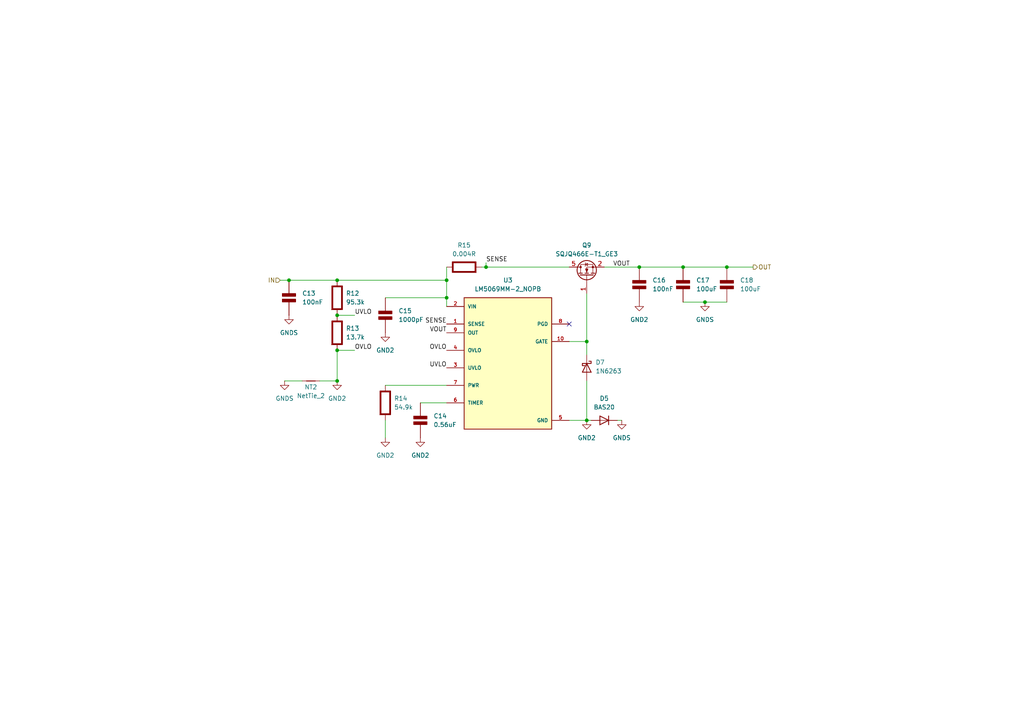
<source format=kicad_sch>
(kicad_sch (version 20250114) (generator "eeschema") (generator_version "9.0")
  (paper "A4")
  (lib_symbols
    (symbol "Device:NetTie_2" (pin_numbers (hide yes)) (pin_names (offset 0) (hide yes)) (in_bom no)
      (property "Reference" "NT" (at 0 1.27 0))
      (property "Value" "NetTie_2" (at 0 -1.27 0))
      (symbol "NetTie_2_0_1"
        (polyline (pts (xy -1.27 0) (xy 1.27 0)) (stroke (width 0.254)))
      )
      (symbol "NetTie_2_1_1"
        (pin passive line (at -2.54 0 0) (length 2.54) (name "1") (number "1"))
        (pin passive line (at 2.54 0 180) (length 2.54) (name "2") (number "2"))
      )
    )
    (symbol "Diode:1N6263" (pin_numbers (hide yes)) (pin_names (offset 1.016) (hide yes))
      (property "Reference" "D" (at 0 2.54 0))
      (property "Value" "1N6263" (at 0 -2.54 0))
      (symbol "1N6263_0_1"
        (polyline (pts (xy -1.905 0.635) (xy -1.905 1.27) (xy -1.27 1.27) (xy -1.27 -1.27) (xy -0.635 -1.27) (xy -0.635 -0.635)) (stroke (width 0.254)))
        (polyline (pts (xy 1.27 1.27) (xy 1.27 -1.27) (xy -1.27 0) (xy 1.27 1.27)) (stroke (width 0.254)))
        (polyline (pts (xy 1.27 0) (xy -1.27 0)))
      )
      (symbol "1N6263_1_1"
        (pin passive line (at -3.81 0 0) (length 2.54) (name "K") (number "1"))
        (pin passive line (at 3.81 0 180) (length 2.54) (name "A") (number "2"))
      )
    )
    (symbol "Diode:BAS20" (pin_numbers (hide yes)) (pin_names (hide yes))
      (property "Reference" "D" (at 0 2.54 0))
      (property "Value" "BAS20" (at 0 -2.54 0))
      (symbol "BAS20_0_1"
        (polyline (pts (xy -1.27 1.27) (xy -1.27 -1.27)) (stroke (width 0.254)))
        (polyline (pts (xy 1.27 1.27) (xy 1.27 -1.27) (xy -1.27 0) (xy 1.27 1.27)) (stroke (width 0.254)))
        (polyline (pts (xy 1.27 0) (xy -1.27 0)))
      )
      (symbol "BAS20_1_1"
        (pin passive line (at -3.81 0 0) (length 2.54) (name "K") (number "3"))
        (pin no_connect line (at -1.27 0 0) (length 2.54) (hide yes) (name "NC") (number "2"))
        (pin passive line (at 3.81 0 180) (length 2.54) (name "A") (number "1"))
      )
    )
    (symbol "LM5069MM-2_NOPB:LM5069MM-2_NOPB" (pin_names (offset 1.016))
      (property "Reference" "U" (at -12.7 18.78 0))
      (property "Value" "LM5069MM-2_NOPB" (at -12.7 -21.78 0))
      (symbol "LM5069MM-2_NOPB_0_0"
        (rectangle (start -12.7 -20.32) (end 12.7 17.78) (stroke (width 0.254)) (fill (type background)))
        (pin power_in line (at -17.78 15.24 0) (length 5.08) (name "VIN") (number "2"))
        (pin input line (at -17.78 10.16 0) (length 5.08) (name "SENSE") (number "1"))
        (pin input line (at -17.78 7.62 0) (length 5.08) (name "OUT") (number "9"))
        (pin input line (at -17.78 2.54 0) (length 5.08) (name "OVLO") (number "4"))
        (pin input line (at -17.78 -2.54 0) (length 5.08) (name "UVLO") (number "3"))
        (pin input line (at -17.78 -7.62 0) (length 5.08) (name "PWR") (number "7"))
        (pin bidirectional line (at -17.78 -12.7 0) (length 5.08) (name "TIMER") (number "6"))
        (pin output line (at 17.78 10.16 180) (length 5.08) (name "PGD") (number "8"))
        (pin output line (at 17.78 5.08 180) (length 5.08) (name "GATE") (number "10"))
        (pin power_in line (at 17.78 -17.78 180) (length 5.08) (name "GND") (number "5"))
      )
    )
    (symbol "PCM_Elektuur:C" (pin_numbers (hide yes)) (pin_names (offset 0) (hide yes))
      (property "Reference" "C" (at 0.635 3.175 0))
      (property "Value" "C" (at 0.635 -3.175 0))
      (symbol "C_1_1"
        (rectangle (start -1.905 1.1938) (end 1.905 0.4318) (stroke (width 0.254)) (fill (type outline)))
        (rectangle (start -1.905 -0.4318) (end 1.905 -1.1938) (stroke (width 0.254)) (fill (type outline)))
        (pin passive line (at 0 5.08 270) (length 3.8862) (name "+") (number "1"))
        (pin passive line (at 0 -5.08 90) (length 3.8862) (name "-") (number "2"))
      )
      (symbol "C_1_2"
        (polyline (pts (xy -1.905 0.4318) (xy 1.905 0.4318) (xy 1.905 1.4986) (xy -1.905 1.4986) (xy -1.905 0.4318) (xy -1.8034 0.5334) (xy -1.8034 1.397) (xy 1.8034 1.397) (xy 1.8034 0.5334) (xy -1.8034 0.5334) (xy -1.905 0.4318)) (stroke (width 0.254)) (fill (type outline)))
        (polyline (pts (xy -1.905 -1.4986) (xy 1.905 -1.4986) (xy 1.905 -0.4318) (xy -1.905 -0.4318) (xy -1.905 -1.4986) (xy -1.8034 -1.397) (xy -1.8034 -0.5334) (xy 1.8034 -0.5334) (xy 1.8034 -1.397) (xy -1.8034 -1.397) (xy -1.905 -1.4986)) (stroke (width 0.254)) (fill (type outline)))
        (pin passive line (at 0 5.08 270) (length 3.5814) (name "+") (number "1"))
        (pin passive line (at 0 -5.08 90) (length 3.5814) (name "-") (number "2"))
      )
    )
    (symbol "PCM_Elektuur:R" (pin_numbers (hide yes)) (pin_names (offset 0) (hide yes))
      (property "Reference" "R" (at 2.54 3.175 0))
      (property "Value" "R" (at 0 0 90))
      (symbol "R_1_1"
        (polyline (pts (xy -1.524 -3.429) (xy 1.524 -3.429) (xy 1.524 3.429) (xy -1.524 3.429) (xy -1.524 -3.429) (xy -1.27 -3.175) (xy -1.27 3.175) (xy 1.27 3.175) (xy 1.27 -3.175) (xy -1.27 -3.175) (xy -1.524 -3.429)) (stroke (width 0.254)) (fill (type outline)))
        (pin passive line (at 0 5.08 270) (length 1.651) (name "+") (number "1"))
        (pin passive line (at 0 -5.08 90) (length 1.651) (name "-") (number "2"))
      )
      (symbol "R_1_2"
        (polyline (pts (xy -0.508 -3.429) (xy 1.524 -3.429) (xy 1.524 3.429) (xy -0.508 3.429) (xy -0.508 3.175) (xy 1.27 3.175) (xy 1.27 -3.175) (xy -0.508 -3.175) (xy -0.508 -3.429)) (stroke (width 0.254)) (fill (type outline)))
        (pin passive line (at 0 5.08 270) (length 1.651) (name "+") (number "1"))
        (pin passive line (at 0 -5.08 90) (length 1.651) (name "-") (number "2"))
      )
      (symbol "R_1_3"
        (polyline (pts (xy 0 3.4798) (xy 0 3.2004) (xy 0.7112 2.794) (xy -1.1938 1.6764) (xy 0.7112 0.5588) (xy -1.1938 -0.5588) (xy 0.7112 -1.6764) (xy -1.1938 -2.794) (xy 0 -3.4798) (xy 0 -3.2004) (xy -0.7112 -2.794) (xy 1.1938 -1.6764) (xy -0.7112 -0.5588) (xy 1.1938 0.5588) (xy -0.7112 1.6764) (xy 1.1938 2.794) (xy 0 3.4798)) (stroke (width 0.254)) (fill (type outline)))
        (pin passive line (at 0 5.08 270) (length 1.6002) (name "+") (number "1"))
        (pin passive line (at 0 -5.08 90) (length 1.6002) (name "-") (number "2"))
      )
      (symbol "R_1_4"
        (polyline (pts (xy 0 4.5466) (xy 0 4.2672) (xy 0.0508 4.2418) (xy 1.016 3.683) (xy -1.524 2.2098) (xy 1.016 0.7366) (xy -1.524 -0.7366) (xy 1.016 -2.2098) (xy -1.524 -3.683) (xy -0.0762 -4.5212) (xy 0 -4.5466) (xy 0 -4.2672) (xy -0.0508 -4.2418) (xy -1.016 -3.683) (xy 1.524 -2.2098) (xy -1.016 -0.7366) (xy 1.524 0.7366) (xy -1.016 2.2098) (xy 1.524 3.683) (xy 0.0762 4.5212) (xy 0 4.5466)) (stroke (width 0.254)) (fill (type outline)))
        (pin passive line (at 0 5.08 270) (length 0.5334) (name "+") (number "1"))
        (pin passive line (at 0 -5.08 90) (length 0.5334) (name "-") (number "2"))
      )
    )
    (symbol "Transistor_FET:SQJQ480E" (pin_names (offset 0) (hide yes))
      (property "Reference" "Q" (at 5.08 1.27 0))
      (property "Value" "SQJQ480E" (at 5.08 -1.27 0))
      (symbol "SQJQ480E_0_1"
        (polyline (pts (xy 0.254 1.905) (xy 0.254 -1.905)) (stroke (width 0.254)))
        (polyline (pts (xy 0.254 0) (xy -2.54 0)))
        (polyline (pts (xy 0.762 2.286) (xy 0.762 1.27)) (stroke (width 0.254)))
        (polyline (pts (xy 0.762 0.508) (xy 0.762 -0.508)) (stroke (width 0.254)))
        (polyline (pts (xy 0.762 -1.27) (xy 0.762 -2.286)) (stroke (width 0.254)))
        (polyline (pts (xy 0.762 -1.778) (xy 3.302 -1.778) (xy 3.302 1.778) (xy 0.762 1.778)))
        (polyline (pts (xy 1.016 0) (xy 2.032 0.381) (xy 2.032 -0.381) (xy 1.016 0)) (fill (type outline)))
        (circle (center 1.651 0) (radius 2.794) (stroke (width 0.254)))
        (polyline (pts (xy 2.54 2.54) (xy 2.54 1.778)))
        (circle (center 2.54 1.778) (radius 0.254) (fill (type outline)))
        (circle (center 2.54 -1.778) (radius 0.254) (fill (type outline)))
        (polyline (pts (xy 2.54 -2.54) (xy 2.54 0) (xy 0.762 0)))
        (polyline (pts (xy 2.794 0.508) (xy 2.921 0.381) (xy 3.683 0.381) (xy 3.81 0.254)))
        (polyline (pts (xy 3.302 0.381) (xy 2.921 -0.254) (xy 3.683 -0.254) (xy 3.302 0.381)))
      )
      (symbol "SQJQ480E_1_1"
        (pin input line (at -5.08 0 0) (length 2.54) (name "G") (number "1"))
        (pin passive line (at 2.54 5.08 270) (length 2.54) (name "D") (number "5"))
        (pin passive line (at 2.54 -5.08 90) (length 2.54) (name "S") (number "2"))
        (pin passive line (at 2.54 -5.08 90) (length 2.54) (hide yes) (name "S") (number "3"))
        (pin passive line (at 2.54 -5.08 90) (length 2.54) (hide yes) (name "S") (number "4"))
      )
    )
    (symbol "power:GND2" (power) (pin_numbers (hide yes)) (pin_names (offset 0) (hide yes))
      (property "Value" "GND2" (at 0 -3.81 0))
      (symbol "GND2_0_1"
        (polyline (pts (xy 0 0) (xy 0 -1.27) (xy 1.27 -1.27) (xy 0 -2.54) (xy -1.27 -1.27) (xy 0 -1.27)))
      )
      (symbol "GND2_1_1"
        (pin power_in line (at 0 0 270) (length 0) (name "~") (number "1"))
      )
    )
    (symbol "power:GNDS" (power) (pin_numbers (hide yes)) (pin_names (offset 0) (hide yes))
      (property "Value" "GNDS" (at 0 -3.81 0))
      (symbol "GNDS_0_1"
        (polyline (pts (xy 0 0) (xy 0 -1.27) (xy 1.27 -1.27) (xy 0 -2.54) (xy -1.27 -1.27) (xy 0 -1.27)))
      )
      (symbol "GNDS_1_1"
        (pin power_in line (at 0 0 270) (length 0) (name "~") (number "1"))
      )
    )
  )
  (junction (at 129.54 86.36))
  (junction (at 97.79 101.6))
  (junction (at 170.18 121.92))
  (junction (at 198.12 77.47))
  (junction (at 97.79 91.44))
  (junction (at 204.47 87.63))
  (junction (at 97.79 110.49))
  (junction (at 97.79 81.28))
  (junction (at 170.18 99.06))
  (junction (at 83.82 81.28))
  (junction (at 210.82 77.47))
  (junction (at 185.42 77.47))
  (junction (at 140.97 77.47))
  (junction (at 129.54 81.28))
  (no_connect (at 165.1 93.98))
  (wire (pts (xy 81.28 81.28) (xy 83.82 81.28)))
  (wire (pts (xy 175.26 77.47) (xy 185.42 77.47)))
  (wire (pts (xy 185.42 77.47) (xy 198.12 77.47)))
  (wire (pts (xy 170.18 99.06) (xy 170.18 85.09)))
  (wire (pts (xy 170.18 121.92) (xy 165.1 121.92)))
  (wire (pts (xy 170.18 110.49) (xy 170.18 121.92)))
  (wire (pts (xy 129.54 81.28) (xy 129.54 86.36)))
  (wire (pts (xy 204.47 87.63) (xy 198.12 87.63)))
  (wire (pts (xy 129.54 86.36) (xy 129.54 88.9)))
  (wire (pts (xy 140.97 77.47) (xy 165.1 77.47)))
  (wire (pts (xy 111.76 86.36) (xy 129.54 86.36)))
  (wire (pts (xy 204.47 87.63) (xy 210.82 87.63)))
  (wire (pts (xy 210.82 77.47) (xy 218.44 77.47)))
  (wire (pts (xy 111.76 127) (xy 111.76 121.92)))
  (wire (pts (xy 170.18 102.87) (xy 170.18 99.06)))
  (wire (pts (xy 97.79 101.6) (xy 102.87 101.6)))
  (wire (pts (xy 139.7 77.47) (xy 140.97 77.47)))
  (wire (pts (xy 121.92 116.84) (xy 129.54 116.84)))
  (wire (pts (xy 171.45 121.92) (xy 170.18 121.92)))
  (wire (pts (xy 97.79 81.28) (xy 129.54 81.28)))
  (wire (pts (xy 92.71 110.49) (xy 97.79 110.49)))
  (wire (pts (xy 111.76 111.76) (xy 129.54 111.76)))
  (wire (pts (xy 83.82 81.28) (xy 97.79 81.28)))
  (wire (pts (xy 165.1 99.06) (xy 170.18 99.06)))
  (wire (pts (xy 140.97 76.2) (xy 140.97 77.47)))
  (wire (pts (xy 97.79 101.6) (xy 97.79 110.49)))
  (wire (pts (xy 129.54 77.47) (xy 129.54 81.28)))
  (wire (pts (xy 179.07 121.92) (xy 180.34 121.92)))
  (wire (pts (xy 198.12 77.47) (xy 210.82 77.47)))
  (wire (pts (xy 97.79 91.44) (xy 102.87 91.44)))
  (wire (pts (xy 82.55 110.49) (xy 87.63 110.49)))
  (label "OVLO" (at 102.87 101.6 0))
  (label "SENSE" (at 129.54 93.98 180))
  (label "VOUT" (at 177.8 77.47 0))
  (label "UVLO" (at 102.87 91.44 0))
  (label "OVLO" (at 129.54 101.6 180))
  (label "SENSE" (at 140.97 76.2 0))
  (label "VOUT" (at 129.54 96.52 180))
  (label "UVLO" (at 129.54 106.68 180))
  (hierarchical_label "OUT" (shape output) (at 218.44 77.47 0))
  (hierarchical_label "IN" (shape input) (at 81.28 81.28 180))
  (symbol (lib_id "power:GND2") (at 97.79 110.49 0) (unit 1)
    (property "Reference" "#PWR018" (effects (hide yes)))
    (property "Value" "GND2" (at 97.79 115.57 0))
    (property "Description" "Power symbol creates a global label with name \"GND2\" , ground" (effects (hide yes)))
  )
  (symbol (lib_id "Diode:BAS20") (at 175.26 121.92 180) (unit 1)
    (property "Reference" "D5" (at 175.26 115.57 0))
    (property "Value" "BAS20" (at 175.26 118.11 0))
    (property "Footprint" "Package_TO_SOT_SMD:SOT-23" (effects (hide yes)))
    (property "Datasheet" "https://www.diodes.com/assets/Datasheets/Ds12004.pdf" (effects (hide yes)))
    (property "Description" "200V, 0.4A, High-speed Switching Diode, SOT-23" (effects (hide yes)))
  )
  (symbol (lib_id "PCM_Elektuur:R") (at 111.76 116.84 0) (unit 1)
    (property "Reference" "R14" (at 114.3 115.5699 0) (effects (justify left)))
    (property "Value" "54.9k" (at 114.3 118.1099 0) (effects (justify left)))
    (property "Footprint" "Resistor_SMD:R_1206_3216Metric_Pad1.30x1.75mm_HandSolder" (effects (hide yes)))
    (property "Description" "resistor" (effects (hide yes)))
    (property "Indicator" "+" (effects (hide yes)))
    (property "Rating" "W" (effects (hide yes)))
  )
  (symbol (lib_id "PCM_Elektuur:C") (at 210.82 82.55 0) (unit 1)
    (property "Reference" "C18" (at 214.63 81.2799 0) (effects (justify left)))
    (property "Value" "100uF" (at 214.63 83.8199 0) (effects (justify left)))
    (property "Footprint" "Capacitor_SMD:CP_Elec_8x10" (effects (hide yes)))
    (property "Description" "capacitor, non-polarized/bipolar" (effects (hide yes)))
    (property "Indicator" "+" (effects (hide yes)))
    (property "Rating" "V" (effects (hide yes)))
  )
  (symbol (lib_id "LM5069MM-2_NOPB:LM5069MM-2_NOPB") (at 147.32 104.14 0) (unit 1)
    (property "Reference" "U3" (at 147.32 81.28 0))
    (property "Value" "LM5069MM-2_NOPB" (at 147.32 83.82 0))
    (property "Footprint" "LM5069MM-2_NOPB:SOP50P490X110-10N" (effects (hide yes)))
    (property "MF" "Texas Instruments" (effects (hide yes)))
    (property "MAXIMUM_PACKAGE_HEIGHT" "1.1 mm" (effects (hide yes)))
    (property "Package" "VSSOP-10 Texas Instruments" (effects (hide yes)))
    (property "Price" "None" (effects (hide yes)))
    (property "Check_prices" "https://www.snapeda.com/parts/LM5069MM-2/Texas+Instruments/view-part/?ref=eda" (effects (hide yes)))
    (property "STANDARD" "IPC-7351B" (effects (hide yes)))
    (property "PARTREV" "G" (effects (hide yes)))
    (property "SnapEDA_Link" "https://www.snapeda.com/parts/LM5069MM-2/Texas+Instruments/view-part/?ref=snap" (effects (hide yes)))
    (property "MP" "LM5069MM-2" (effects (hide yes)))
    (property "Description_1" "\n                        \n                            9-V to 80-V hot swap controller with power limiting 10-VSSOP -40 to 125\n                        \n" (effects (hide yes)))
    (property "Availability" "In Stock" (effects (hide yes)))
    (property "MANUFACTURER" "Texas Instruments" (effects (hide yes)))
  )
  (symbol (lib_id "PCM_Elektuur:C") (at 185.42 82.55 0) (unit 1)
    (property "Reference" "C16" (at 189.23 81.2799 0) (effects (justify left)))
    (property "Value" "100nF" (at 189.23 83.8199 0) (effects (justify left)))
    (property "Footprint" "Capacitor_SMD:C_0805_2012Metric" (effects (hide yes)))
    (property "Description" "capacitor, non-polarized/bipolar" (effects (hide yes)))
    (property "Indicator" "+" (effects (hide yes)))
    (property "Rating" "V" (effects (hide yes)))
  )
  (symbol (lib_id "PCM_Elektuur:R") (at 97.79 96.52 0) (unit 1)
    (property "Reference" "R13" (at 100.33 95.2499 0) (effects (justify left)))
    (property "Value" "13.7k" (at 100.33 97.7899 0) (effects (justify left)))
    (property "Footprint" "Resistor_SMD:R_1206_3216Metric_Pad1.30x1.75mm_HandSolder" (effects (hide yes)))
    (property "Description" "resistor" (effects (hide yes)))
    (property "Indicator" "+" (effects (hide yes)))
    (property "Rating" "W" (effects (hide yes)))
  )
  (symbol (lib_id "power:GND2") (at 185.42 87.63 0) (unit 1)
    (property "Reference" "#PWR016" (effects (hide yes)))
    (property "Value" "GND2" (at 185.42 92.71 0))
    (property "Description" "Power symbol creates a global label with name \"GND2\" , ground" (effects (hide yes)))
  )
  (symbol (lib_id "power:GND2") (at 121.92 127 0) (unit 1)
    (property "Reference" "#PWR014" (effects (hide yes)))
    (property "Value" "GND2" (at 121.92 132.08 0))
    (property "Description" "Power symbol creates a global label with name \"GND2\" , ground" (effects (hide yes)))
  )
  (symbol (lib_id "power:GNDS") (at 204.47 87.63 0) (unit 1)
    (property "Reference" "#PWR017" (effects (hide yes)))
    (property "Value" "GNDS" (at 204.47 92.71 0))
    (property "Description" "Power symbol creates a global label with name \"GNDS\" , signal ground" (effects (hide yes)))
  )
  (symbol (lib_id "PCM_Elektuur:R") (at 97.79 86.36 0) (unit 1)
    (property "Reference" "R12" (at 100.33 85.0899 0) (effects (justify left)))
    (property "Value" "95.3k" (at 100.33 87.6299 0) (effects (justify left)))
    (property "Footprint" "Resistor_SMD:R_1206_3216Metric_Pad1.30x1.75mm_HandSolder" (effects (hide yes)))
    (property "Description" "resistor" (effects (hide yes)))
    (property "Indicator" "+" (effects (hide yes)))
    (property "Rating" "W" (effects (hide yes)))
  )
  (symbol (lib_id "power:GNDS") (at 180.34 121.92 0) (unit 1)
    (property "Reference" "#PWR04" (effects (hide yes)))
    (property "Value" "GNDS" (at 180.34 127 0))
    (property "Description" "Power symbol creates a global label with name \"GNDS\" , signal ground" (effects (hide yes)))
  )
  (symbol (lib_id "Device:NetTie_2") (at 90.17 110.49 0) (unit 1) (in_bom no)
    (property "Reference" "NT2" (at 90.17 112.268 0))
    (property "Value" "NetTie_2" (at 90.17 114.808 0))
    (property "Description" "Net tie, 2 pins" (effects (hide yes)))
  )
  (symbol (lib_id "PCM_Elektuur:C") (at 198.12 82.55 0) (unit 1)
    (property "Reference" "C17" (at 201.93 81.2799 0) (effects (justify left)))
    (property "Value" "100uF" (at 201.93 83.8199 0) (effects (justify left)))
    (property "Footprint" "Capacitor_SMD:CP_Elec_8x10" (effects (hide yes)))
    (property "Description" "capacitor, non-polarized/bipolar" (effects (hide yes)))
    (property "Indicator" "+" (effects (hide yes)))
    (property "Rating" "V" (effects (hide yes)))
  )
  (symbol (lib_id "power:GNDS") (at 82.55 110.49 0) (unit 1)
    (property "Reference" "#PWR010" (effects (hide yes)))
    (property "Value" "GNDS" (at 82.55 115.57 0))
    (property "Description" "Power symbol creates a global label with name \"GNDS\" , signal ground" (effects (hide yes)))
  )
  (symbol (lib_id "power:GND2") (at 170.18 121.92 0) (unit 1)
    (property "Reference" "#PWR022" (effects (hide yes)))
    (property "Value" "GND2" (at 170.18 127 0))
    (property "Description" "Power symbol creates a global label with name \"GND2\" , ground" (effects (hide yes)))
  )
  (symbol (lib_id "PCM_Elektuur:R") (at 134.62 77.47 90) (unit 1)
    (property "Reference" "R15" (at 134.62 71.12 90))
    (property "Value" "0.004R" (at 134.62 73.66 90))
    (property "Footprint" "Resistor_SMD:R_Shunt_Vishay_WSR2_WSR3_KelvinConnection" (effects (hide yes)))
    (property "Description" "resistor" (effects (hide yes)))
    (property "Indicator" "+" (effects (hide yes)))
    (property "Rating" "W" (effects (hide yes)))
  )
  (symbol (lib_id "power:GNDS") (at 83.82 91.44 0) (unit 1)
    (property "Reference" "#PWR03" (effects (hide yes)))
    (property "Value" "GNDS" (at 83.82 96.52 0))
    (property "Description" "Power symbol creates a global label with name \"GNDS\" , signal ground" (effects (hide yes)))
  )
  (symbol (lib_id "PCM_Elektuur:C") (at 121.92 121.92 0) (unit 1)
    (property "Reference" "C14" (at 125.73 120.6499 0) (effects (justify left)))
    (property "Value" "0.56uF" (at 125.73 123.1899 0) (effects (justify left)))
    (property "Footprint" "Capacitor_SMD:C_1206_3216Metric" (effects (hide yes)))
    (property "Description" "capacitor, non-polarized/bipolar" (effects (hide yes)))
    (property "Indicator" "+" (effects (hide yes)))
    (property "Rating" "V" (effects (hide yes)))
  )
  (symbol (lib_id "power:GND2") (at 111.76 127 0) (unit 1)
    (property "Reference" "#PWR012" (effects (hide yes)))
    (property "Value" "GND2" (at 111.76 132.08 0))
    (property "Description" "Power symbol creates a global label with name \"GND2\" , ground" (effects (hide yes)))
  )
  (symbol (lib_id "PCM_Elektuur:C") (at 83.82 86.36 0) (unit 1)
    (property "Reference" "C13" (at 87.63 85.0899 0) (effects (justify left)))
    (property "Value" "100nF" (at 87.63 87.6299 0) (effects (justify left)))
    (property "Footprint" "Capacitor_SMD:C_0805_2012Metric" (effects (hide yes)))
    (property "Description" "capacitor, non-polarized/bipolar" (effects (hide yes)))
    (property "Indicator" "+" (effects (hide yes)))
    (property "Rating" "V" (effects (hide yes)))
  )
  (symbol (lib_id "Transistor_FET:SQJQ480E") (at 170.18 80.01 90) (unit 1)
    (property "Reference" "Q9" (at 170.18 71.12 90))
    (property "Value" "SQJQ466E-T1_GE3" (at 170.18 73.66 90))
    (property "Footprint" "Package_TO_SOT_SMD:LFPAK88" (effects (hide yes)))
    (property "Datasheet" "https://www.vishay.com/docs/76718/sqjq480e.pdf" (effects (hide yes)))
    (property "Description" "150A Id, 80V Vds, N-Channel TrenchFET MOSFET, 3mOhm Ron, 21nC Qqd, -55 to 175 °C, LFPAK88" (effects (hide yes)))
  )
  (symbol (lib_id "power:GND2") (at 111.76 96.52 0) (unit 1)
    (property "Reference" "#PWR023" (effects (hide yes)))
    (property "Value" "GND2" (at 111.76 101.6 0))
    (property "Description" "Power symbol creates a global label with name \"GND2\" , ground" (effects (hide yes)))
  )
  (symbol (lib_id "Diode:1N6263") (at 170.18 106.68 270) (unit 1)
    (property "Reference" "D7" (at 172.72 105.0924 90) (effects (justify left)))
    (property "Value" "1N6263" (at 172.72 107.6324 90) (effects (justify left)))
    (property "Footprint" "Diode_SMD:D_SOD-123" (effects (hide yes)))
    (property "Datasheet" "www.st.com/resource/en/datasheet/1n6263.pdf" (effects (hide yes)))
    (property "Description" "60V 15mA Schottky diode, DO-35" (effects (hide yes)))
  )
  (symbol (lib_id "PCM_Elektuur:C") (at 111.76 91.44 0) (unit 1)
    (property "Reference" "C15" (at 115.57 90.1699 0) (effects (justify left)))
    (property "Value" "1000pF" (at 115.57 92.7099 0) (effects (justify left)))
    (property "Footprint" "Capacitor_SMD:C_0603_1608Metric" (effects (hide yes)))
    (property "Description" "capacitor, non-polarized/bipolar" (effects (hide yes)))
    (property "Indicator" "+" (effects (hide yes)))
    (property "Rating" "V" (effects (hide yes)))
  )
)
</source>
